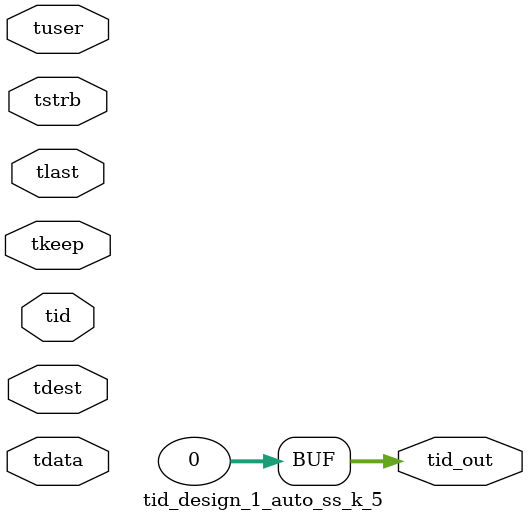
<source format=v>


`timescale 1ps/1ps

module tid_design_1_auto_ss_k_5 #
(
parameter C_S_AXIS_TID_WIDTH   = 1,
parameter C_S_AXIS_TUSER_WIDTH = 0,
parameter C_S_AXIS_TDATA_WIDTH = 0,
parameter C_S_AXIS_TDEST_WIDTH = 0,
parameter C_M_AXIS_TID_WIDTH   = 32
)
(
input  [(C_S_AXIS_TID_WIDTH   == 0 ? 1 : C_S_AXIS_TID_WIDTH)-1:0       ] tid,
input  [(C_S_AXIS_TDATA_WIDTH == 0 ? 1 : C_S_AXIS_TDATA_WIDTH)-1:0     ] tdata,
input  [(C_S_AXIS_TUSER_WIDTH == 0 ? 1 : C_S_AXIS_TUSER_WIDTH)-1:0     ] tuser,
input  [(C_S_AXIS_TDEST_WIDTH == 0 ? 1 : C_S_AXIS_TDEST_WIDTH)-1:0     ] tdest,
input  [(C_S_AXIS_TDATA_WIDTH/8)-1:0 ] tkeep,
input  [(C_S_AXIS_TDATA_WIDTH/8)-1:0 ] tstrb,
input                                                                    tlast,
output [(C_M_AXIS_TID_WIDTH   == 0 ? 1 : C_M_AXIS_TID_WIDTH)-1:0       ] tid_out
);

assign tid_out = {1'b0};

endmodule


</source>
